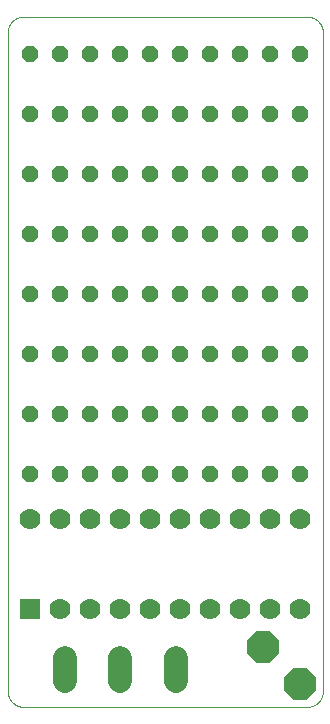
<source format=gbs>
G75*
%MOIN*%
%OFA0B0*%
%FSLAX25Y25*%
%IPPOS*%
%LPD*%
%AMOC8*
5,1,8,0,0,1.08239X$1,22.5*
%
%ADD10C,0.00000*%
%ADD11OC8,0.05600*%
%ADD12OC8,0.10400*%
%ADD13R,0.07000X0.07000*%
%ADD14C,0.07000*%
%ADD15C,0.08077*%
D10*
X0004567Y0009300D02*
X0004567Y0229261D01*
X0004569Y0229401D01*
X0004575Y0229541D01*
X0004585Y0229681D01*
X0004598Y0229821D01*
X0004616Y0229960D01*
X0004638Y0230099D01*
X0004663Y0230236D01*
X0004692Y0230374D01*
X0004725Y0230510D01*
X0004762Y0230645D01*
X0004803Y0230779D01*
X0004848Y0230912D01*
X0004896Y0231044D01*
X0004948Y0231174D01*
X0005003Y0231303D01*
X0005062Y0231430D01*
X0005125Y0231556D01*
X0005191Y0231680D01*
X0005260Y0231801D01*
X0005333Y0231921D01*
X0005410Y0232039D01*
X0005489Y0232154D01*
X0005572Y0232268D01*
X0005658Y0232378D01*
X0005747Y0232487D01*
X0005839Y0232593D01*
X0005934Y0232696D01*
X0006031Y0232797D01*
X0006132Y0232894D01*
X0006235Y0232989D01*
X0006341Y0233081D01*
X0006450Y0233170D01*
X0006560Y0233256D01*
X0006674Y0233339D01*
X0006789Y0233418D01*
X0006907Y0233495D01*
X0007027Y0233568D01*
X0007148Y0233637D01*
X0007272Y0233703D01*
X0007398Y0233766D01*
X0007525Y0233825D01*
X0007654Y0233880D01*
X0007784Y0233932D01*
X0007916Y0233980D01*
X0008049Y0234025D01*
X0008183Y0234066D01*
X0008318Y0234103D01*
X0008454Y0234136D01*
X0008592Y0234165D01*
X0008729Y0234190D01*
X0008868Y0234212D01*
X0009007Y0234230D01*
X0009147Y0234243D01*
X0009287Y0234253D01*
X0009427Y0234259D01*
X0009567Y0234261D01*
X0104517Y0234261D01*
X0104657Y0234259D01*
X0104797Y0234253D01*
X0104937Y0234243D01*
X0105077Y0234230D01*
X0105216Y0234212D01*
X0105355Y0234190D01*
X0105492Y0234165D01*
X0105630Y0234136D01*
X0105766Y0234103D01*
X0105901Y0234066D01*
X0106035Y0234025D01*
X0106168Y0233980D01*
X0106300Y0233932D01*
X0106430Y0233880D01*
X0106559Y0233825D01*
X0106686Y0233766D01*
X0106812Y0233703D01*
X0106936Y0233637D01*
X0107057Y0233568D01*
X0107177Y0233495D01*
X0107295Y0233418D01*
X0107410Y0233339D01*
X0107524Y0233256D01*
X0107634Y0233170D01*
X0107743Y0233081D01*
X0107849Y0232989D01*
X0107952Y0232894D01*
X0108053Y0232797D01*
X0108150Y0232696D01*
X0108245Y0232593D01*
X0108337Y0232487D01*
X0108426Y0232378D01*
X0108512Y0232268D01*
X0108595Y0232154D01*
X0108674Y0232039D01*
X0108751Y0231921D01*
X0108824Y0231801D01*
X0108893Y0231680D01*
X0108959Y0231556D01*
X0109022Y0231430D01*
X0109081Y0231303D01*
X0109136Y0231174D01*
X0109188Y0231044D01*
X0109236Y0230912D01*
X0109281Y0230779D01*
X0109322Y0230645D01*
X0109359Y0230510D01*
X0109392Y0230374D01*
X0109421Y0230236D01*
X0109446Y0230099D01*
X0109468Y0229960D01*
X0109486Y0229821D01*
X0109499Y0229681D01*
X0109509Y0229541D01*
X0109515Y0229401D01*
X0109517Y0229261D01*
X0109517Y0009300D01*
X0109515Y0009160D01*
X0109509Y0009020D01*
X0109499Y0008880D01*
X0109486Y0008740D01*
X0109468Y0008601D01*
X0109446Y0008462D01*
X0109421Y0008325D01*
X0109392Y0008187D01*
X0109359Y0008051D01*
X0109322Y0007916D01*
X0109281Y0007782D01*
X0109236Y0007649D01*
X0109188Y0007517D01*
X0109136Y0007387D01*
X0109081Y0007258D01*
X0109022Y0007131D01*
X0108959Y0007005D01*
X0108893Y0006881D01*
X0108824Y0006760D01*
X0108751Y0006640D01*
X0108674Y0006522D01*
X0108595Y0006407D01*
X0108512Y0006293D01*
X0108426Y0006183D01*
X0108337Y0006074D01*
X0108245Y0005968D01*
X0108150Y0005865D01*
X0108053Y0005764D01*
X0107952Y0005667D01*
X0107849Y0005572D01*
X0107743Y0005480D01*
X0107634Y0005391D01*
X0107524Y0005305D01*
X0107410Y0005222D01*
X0107295Y0005143D01*
X0107177Y0005066D01*
X0107057Y0004993D01*
X0106936Y0004924D01*
X0106812Y0004858D01*
X0106686Y0004795D01*
X0106559Y0004736D01*
X0106430Y0004681D01*
X0106300Y0004629D01*
X0106168Y0004581D01*
X0106035Y0004536D01*
X0105901Y0004495D01*
X0105766Y0004458D01*
X0105630Y0004425D01*
X0105492Y0004396D01*
X0105355Y0004371D01*
X0105216Y0004349D01*
X0105077Y0004331D01*
X0104937Y0004318D01*
X0104797Y0004308D01*
X0104657Y0004302D01*
X0104517Y0004300D01*
X0009567Y0004300D01*
X0009427Y0004302D01*
X0009287Y0004308D01*
X0009147Y0004318D01*
X0009007Y0004331D01*
X0008868Y0004349D01*
X0008729Y0004371D01*
X0008592Y0004396D01*
X0008454Y0004425D01*
X0008318Y0004458D01*
X0008183Y0004495D01*
X0008049Y0004536D01*
X0007916Y0004581D01*
X0007784Y0004629D01*
X0007654Y0004681D01*
X0007525Y0004736D01*
X0007398Y0004795D01*
X0007272Y0004858D01*
X0007148Y0004924D01*
X0007027Y0004993D01*
X0006907Y0005066D01*
X0006789Y0005143D01*
X0006674Y0005222D01*
X0006560Y0005305D01*
X0006450Y0005391D01*
X0006341Y0005480D01*
X0006235Y0005572D01*
X0006132Y0005667D01*
X0006031Y0005764D01*
X0005934Y0005865D01*
X0005839Y0005968D01*
X0005747Y0006074D01*
X0005658Y0006183D01*
X0005572Y0006293D01*
X0005489Y0006407D01*
X0005410Y0006522D01*
X0005333Y0006640D01*
X0005260Y0006760D01*
X0005191Y0006881D01*
X0005125Y0007005D01*
X0005062Y0007131D01*
X0005003Y0007258D01*
X0004948Y0007387D01*
X0004896Y0007517D01*
X0004848Y0007649D01*
X0004803Y0007782D01*
X0004762Y0007916D01*
X0004725Y0008051D01*
X0004692Y0008187D01*
X0004663Y0008325D01*
X0004638Y0008462D01*
X0004616Y0008601D01*
X0004598Y0008740D01*
X0004585Y0008880D01*
X0004575Y0009020D01*
X0004569Y0009160D01*
X0004567Y0009300D01*
D11*
X0012067Y0081800D03*
X0012067Y0101800D03*
X0022067Y0101800D03*
X0022067Y0081800D03*
X0032067Y0081800D03*
X0042067Y0081800D03*
X0042067Y0101800D03*
X0032067Y0101800D03*
X0032067Y0121800D03*
X0042067Y0121800D03*
X0042067Y0141800D03*
X0032067Y0141800D03*
X0032067Y0161800D03*
X0042067Y0161800D03*
X0052067Y0161800D03*
X0052067Y0141800D03*
X0052067Y0121800D03*
X0062067Y0121800D03*
X0062067Y0141800D03*
X0062067Y0161800D03*
X0072067Y0161800D03*
X0072067Y0141800D03*
X0072067Y0121800D03*
X0082067Y0121800D03*
X0092067Y0121800D03*
X0092067Y0141800D03*
X0082067Y0141800D03*
X0082067Y0161800D03*
X0092067Y0161800D03*
X0102067Y0161800D03*
X0102067Y0141800D03*
X0102067Y0121800D03*
X0102067Y0101800D03*
X0102067Y0081800D03*
X0092067Y0081800D03*
X0082067Y0081800D03*
X0082067Y0101800D03*
X0092067Y0101800D03*
X0072067Y0101800D03*
X0072067Y0081800D03*
X0062067Y0081800D03*
X0062067Y0101800D03*
X0052067Y0101800D03*
X0052067Y0081800D03*
X0022067Y0121800D03*
X0022067Y0141800D03*
X0022067Y0161800D03*
X0012067Y0161800D03*
X0012067Y0141800D03*
X0012067Y0121800D03*
X0012067Y0181800D03*
X0012067Y0201800D03*
X0012067Y0221800D03*
X0022067Y0221800D03*
X0022067Y0201800D03*
X0022067Y0181800D03*
X0032067Y0181800D03*
X0042067Y0181800D03*
X0042067Y0201800D03*
X0032067Y0201800D03*
X0032067Y0221800D03*
X0042067Y0221800D03*
X0052067Y0221800D03*
X0052067Y0201800D03*
X0052067Y0181800D03*
X0062067Y0181800D03*
X0062067Y0201800D03*
X0062067Y0221800D03*
X0072067Y0221800D03*
X0072067Y0201800D03*
X0072067Y0181800D03*
X0082067Y0181800D03*
X0092067Y0181800D03*
X0092067Y0201800D03*
X0082067Y0201800D03*
X0082067Y0221800D03*
X0092067Y0221800D03*
X0102067Y0221800D03*
X0102067Y0201800D03*
X0102067Y0181800D03*
D12*
X0089567Y0024300D03*
X0102067Y0011800D03*
D13*
X0012067Y0036800D03*
D14*
X0022067Y0036800D03*
X0032067Y0036800D03*
X0042067Y0036800D03*
X0052067Y0036800D03*
X0062067Y0036800D03*
X0072067Y0036800D03*
X0082067Y0036800D03*
X0092067Y0036800D03*
X0102067Y0036800D03*
X0102067Y0066800D03*
X0092067Y0066800D03*
X0082067Y0066800D03*
X0072067Y0066800D03*
X0062067Y0066800D03*
X0052067Y0066800D03*
X0042067Y0066800D03*
X0032067Y0066800D03*
X0022067Y0066800D03*
X0012067Y0066800D03*
D15*
X0023567Y0020639D02*
X0023567Y0012961D01*
X0042067Y0012961D02*
X0042067Y0020639D01*
X0060567Y0020639D02*
X0060567Y0012961D01*
M02*

</source>
